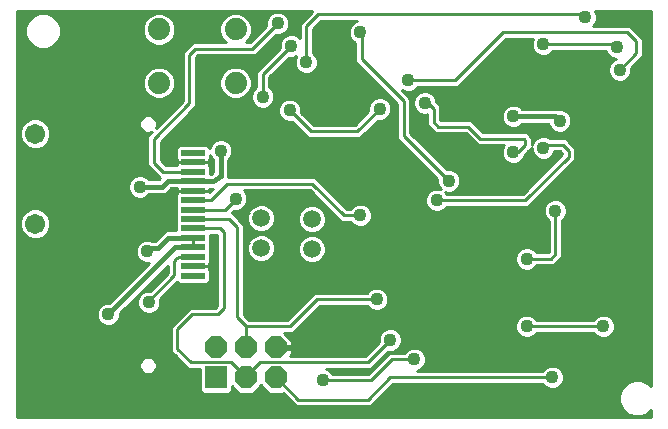
<source format=gbl>
G75*
%MOIN*%
%OFA0B0*%
%FSLAX25Y25*%
%IPPOS*%
%LPD*%
%AMOC8*
5,1,8,0,0,1.08239X$1,22.5*
%
%ADD10R,0.07874X0.01969*%
%ADD11R,0.07400X0.07400*%
%ADD12OC8,0.07400*%
%ADD13C,0.07400*%
%ADD14C,0.05900*%
%ADD15C,0.06731*%
%ADD16C,0.01000*%
%ADD17C,0.04362*%
%ADD18C,0.01600*%
D10*
X0081693Y0065382D03*
X0081693Y0068531D03*
X0081693Y0071681D03*
X0081693Y0074831D03*
X0081693Y0077980D03*
X0081693Y0081130D03*
X0081693Y0084280D03*
X0081693Y0087429D03*
X0081693Y0090579D03*
X0081693Y0093728D03*
X0081693Y0096878D03*
X0081693Y0100028D03*
X0081693Y0103177D03*
X0081693Y0106327D03*
D11*
X0089374Y0031500D03*
D12*
X0099374Y0031500D03*
X0109374Y0031500D03*
X0109374Y0041500D03*
X0099374Y0041500D03*
X0089374Y0041500D03*
D13*
X0095938Y0129710D03*
X0070338Y0129710D03*
X0070338Y0147510D03*
X0095938Y0147510D03*
D14*
X0104500Y0084500D03*
X0104500Y0074500D03*
X0121303Y0074240D03*
X0121303Y0084240D03*
D15*
X0029102Y0082728D03*
X0029102Y0112728D03*
D16*
X0023200Y0153501D02*
X0023200Y0018200D01*
X0234367Y0018200D01*
X0234367Y0020598D01*
X0233215Y0019446D01*
X0230999Y0018528D01*
X0228600Y0018528D01*
X0226383Y0019446D01*
X0224687Y0021143D01*
X0223769Y0023359D01*
X0223769Y0025759D01*
X0224687Y0027975D01*
X0226383Y0029672D01*
X0228600Y0030590D01*
X0230999Y0030590D01*
X0233215Y0029672D01*
X0234367Y0028520D01*
X0234367Y0153501D01*
X0215872Y0153501D01*
X0216381Y0152272D01*
X0216381Y0150728D01*
X0215790Y0149302D01*
X0234367Y0149302D01*
X0234367Y0148303D02*
X0227808Y0148303D01*
X0227411Y0148700D02*
X0215189Y0148700D01*
X0215790Y0149302D01*
X0216204Y0150301D02*
X0234367Y0150301D01*
X0234367Y0151299D02*
X0216381Y0151299D01*
X0216371Y0152298D02*
X0234367Y0152298D01*
X0234367Y0153296D02*
X0215957Y0153296D01*
X0212500Y0151500D02*
X0211500Y0152500D01*
X0123500Y0152500D01*
X0119500Y0148500D01*
X0119500Y0136500D01*
X0115619Y0136321D02*
X0111933Y0136321D01*
X0112931Y0137320D02*
X0115639Y0137320D01*
X0115619Y0137272D02*
X0115619Y0135728D01*
X0116210Y0134302D01*
X0117302Y0133210D01*
X0118728Y0132619D01*
X0120272Y0132619D01*
X0121698Y0133210D01*
X0122790Y0134302D01*
X0123381Y0135728D01*
X0123381Y0137272D01*
X0122790Y0138698D01*
X0121700Y0139789D01*
X0121700Y0147589D01*
X0124411Y0150300D01*
X0136532Y0150300D01*
X0135302Y0149790D01*
X0134210Y0148698D01*
X0133619Y0147272D01*
X0133619Y0145728D01*
X0134210Y0144302D01*
X0135302Y0143210D01*
X0135800Y0143003D01*
X0135800Y0136589D01*
X0137089Y0135300D01*
X0149800Y0122589D01*
X0149800Y0111089D01*
X0163119Y0097770D01*
X0163119Y0096228D01*
X0163710Y0094802D01*
X0164384Y0094128D01*
X0163772Y0094381D01*
X0162228Y0094381D01*
X0160802Y0093790D01*
X0159710Y0092698D01*
X0159119Y0091272D01*
X0159119Y0089728D01*
X0159710Y0088302D01*
X0160802Y0087210D01*
X0162228Y0086619D01*
X0163772Y0086619D01*
X0165198Y0087210D01*
X0166289Y0088300D01*
X0193411Y0088300D01*
X0194700Y0089589D01*
X0207911Y0102800D01*
X0209200Y0104089D01*
X0209200Y0107911D01*
X0207200Y0109911D01*
X0205911Y0111200D01*
X0200789Y0111200D01*
X0200698Y0111290D01*
X0199272Y0111881D01*
X0197728Y0111881D01*
X0196302Y0111290D01*
X0195210Y0110198D01*
X0194700Y0108968D01*
X0194700Y0111411D01*
X0194200Y0111911D01*
X0192911Y0113200D01*
X0178411Y0113200D01*
X0174411Y0117200D01*
X0164411Y0117200D01*
X0164200Y0117411D01*
X0164200Y0121911D01*
X0162911Y0123200D01*
X0162881Y0123230D01*
X0162881Y0123772D01*
X0162290Y0125198D01*
X0161198Y0126290D01*
X0159772Y0126881D01*
X0158228Y0126881D01*
X0156802Y0126290D01*
X0155710Y0125198D01*
X0155119Y0123772D01*
X0155119Y0122228D01*
X0155710Y0120802D01*
X0156802Y0119710D01*
X0158228Y0119119D01*
X0159772Y0119119D01*
X0159800Y0119130D01*
X0159800Y0115589D01*
X0162589Y0112800D01*
X0172589Y0112800D01*
X0176589Y0108800D01*
X0185311Y0108800D01*
X0185210Y0108698D01*
X0184619Y0107272D01*
X0184619Y0105728D01*
X0185210Y0104302D01*
X0186302Y0103210D01*
X0187728Y0102619D01*
X0189272Y0102619D01*
X0190698Y0103210D01*
X0191790Y0104302D01*
X0192381Y0105728D01*
X0192381Y0105770D01*
X0193411Y0106800D01*
X0193411Y0106800D01*
X0194619Y0108008D01*
X0194619Y0107228D01*
X0195210Y0105802D01*
X0196302Y0104710D01*
X0197728Y0104119D01*
X0199272Y0104119D01*
X0200698Y0104710D01*
X0201790Y0105802D01*
X0202204Y0106800D01*
X0204089Y0106800D01*
X0204800Y0106089D01*
X0204800Y0105911D01*
X0191589Y0092700D01*
X0166289Y0092700D01*
X0165616Y0093372D01*
X0166228Y0093119D01*
X0167772Y0093119D01*
X0169198Y0093710D01*
X0170290Y0094802D01*
X0170881Y0096228D01*
X0170881Y0097772D01*
X0170290Y0099198D01*
X0169198Y0100290D01*
X0167772Y0100881D01*
X0166230Y0100881D01*
X0154200Y0112911D01*
X0154200Y0124411D01*
X0151472Y0127139D01*
X0152728Y0126619D01*
X0154272Y0126619D01*
X0155698Y0127210D01*
X0156789Y0128300D01*
X0169911Y0128300D01*
X0185911Y0144300D01*
X0195045Y0144300D01*
X0194619Y0143272D01*
X0194619Y0141728D01*
X0195210Y0140302D01*
X0196302Y0139210D01*
X0197728Y0138619D01*
X0199272Y0138619D01*
X0200698Y0139210D01*
X0201789Y0140300D01*
X0219296Y0140300D01*
X0219710Y0139302D01*
X0220802Y0138210D01*
X0222228Y0137619D01*
X0222595Y0137619D01*
X0221802Y0137290D01*
X0220710Y0136198D01*
X0220119Y0134772D01*
X0220119Y0133228D01*
X0220710Y0131802D01*
X0221802Y0130710D01*
X0223228Y0130119D01*
X0224772Y0130119D01*
X0226198Y0130710D01*
X0227290Y0131802D01*
X0227881Y0133228D01*
X0227881Y0134770D01*
X0231700Y0138589D01*
X0231700Y0144411D01*
X0230411Y0145700D01*
X0227411Y0148700D01*
X0228806Y0147305D02*
X0234367Y0147305D01*
X0234367Y0146306D02*
X0229805Y0146306D01*
X0230803Y0145308D02*
X0234367Y0145308D01*
X0234367Y0144309D02*
X0231700Y0144309D01*
X0231700Y0143311D02*
X0234367Y0143311D01*
X0234367Y0142312D02*
X0231700Y0142312D01*
X0231700Y0141314D02*
X0234367Y0141314D01*
X0234367Y0140315D02*
X0231700Y0140315D01*
X0231700Y0139317D02*
X0234367Y0139317D01*
X0234367Y0138318D02*
X0231430Y0138318D01*
X0230431Y0137320D02*
X0234367Y0137320D01*
X0234367Y0136321D02*
X0229433Y0136321D01*
X0228434Y0135323D02*
X0234367Y0135323D01*
X0234367Y0134324D02*
X0227881Y0134324D01*
X0227881Y0133326D02*
X0234367Y0133326D01*
X0234367Y0132327D02*
X0227508Y0132327D01*
X0226818Y0131329D02*
X0234367Y0131329D01*
X0234367Y0130330D02*
X0225282Y0130330D01*
X0222718Y0130330D02*
X0171942Y0130330D01*
X0172940Y0131329D02*
X0221182Y0131329D01*
X0220492Y0132327D02*
X0173939Y0132327D01*
X0174937Y0133326D02*
X0220119Y0133326D01*
X0220119Y0134324D02*
X0175936Y0134324D01*
X0176934Y0135323D02*
X0220347Y0135323D01*
X0220833Y0136321D02*
X0177933Y0136321D01*
X0178931Y0137320D02*
X0221873Y0137320D01*
X0220693Y0138318D02*
X0179930Y0138318D01*
X0180928Y0139317D02*
X0196194Y0139317D01*
X0195204Y0140315D02*
X0181927Y0140315D01*
X0182925Y0141314D02*
X0194790Y0141314D01*
X0194619Y0142312D02*
X0183924Y0142312D01*
X0184922Y0143311D02*
X0194635Y0143311D01*
X0198500Y0142500D02*
X0222000Y0142500D01*
X0223000Y0141500D01*
X0219703Y0139317D02*
X0200806Y0139317D01*
X0185000Y0146500D02*
X0226500Y0146500D01*
X0229500Y0143500D01*
X0229500Y0139500D01*
X0224000Y0134000D01*
X0234367Y0129332D02*
X0170943Y0129332D01*
X0169945Y0128333D02*
X0234367Y0128333D01*
X0234367Y0127335D02*
X0155823Y0127335D01*
X0156913Y0126336D02*
X0152275Y0126336D01*
X0153274Y0125338D02*
X0155849Y0125338D01*
X0155354Y0124339D02*
X0154200Y0124339D01*
X0154200Y0123341D02*
X0155119Y0123341D01*
X0155119Y0122342D02*
X0154200Y0122342D01*
X0154200Y0121344D02*
X0155485Y0121344D01*
X0156166Y0120345D02*
X0154200Y0120345D01*
X0154200Y0119347D02*
X0157678Y0119347D01*
X0159800Y0118348D02*
X0154200Y0118348D01*
X0154200Y0117350D02*
X0159800Y0117350D01*
X0159800Y0116351D02*
X0154200Y0116351D01*
X0154200Y0115353D02*
X0160036Y0115353D01*
X0161035Y0114354D02*
X0154200Y0114354D01*
X0154200Y0113356D02*
X0162033Y0113356D01*
X0163500Y0115000D02*
X0162000Y0116500D01*
X0162000Y0121000D01*
X0160000Y0123000D01*
X0159000Y0123000D01*
X0162646Y0124339D02*
X0234367Y0124339D01*
X0234367Y0123341D02*
X0162881Y0123341D01*
X0163769Y0122342D02*
X0187634Y0122342D01*
X0187728Y0122381D02*
X0186302Y0121790D01*
X0185210Y0120698D01*
X0184619Y0119272D01*
X0184619Y0117728D01*
X0185210Y0116302D01*
X0186302Y0115210D01*
X0187728Y0114619D01*
X0189272Y0114619D01*
X0190698Y0115210D01*
X0191489Y0116000D01*
X0200213Y0116000D01*
X0200710Y0114802D01*
X0201802Y0113710D01*
X0203228Y0113119D01*
X0204772Y0113119D01*
X0206198Y0113710D01*
X0207290Y0114802D01*
X0207881Y0116228D01*
X0207881Y0117772D01*
X0207290Y0119198D01*
X0206198Y0120290D01*
X0204772Y0120881D01*
X0203284Y0120881D01*
X0202997Y0121000D01*
X0191489Y0121000D01*
X0190698Y0121790D01*
X0189272Y0122381D01*
X0187728Y0122381D01*
X0189366Y0122342D02*
X0234367Y0122342D01*
X0234367Y0121344D02*
X0191145Y0121344D01*
X0185855Y0121344D02*
X0164200Y0121344D01*
X0164200Y0120345D02*
X0185063Y0120345D01*
X0184650Y0119347D02*
X0164200Y0119347D01*
X0164200Y0118348D02*
X0184619Y0118348D01*
X0184776Y0117350D02*
X0164262Y0117350D01*
X0163500Y0115000D02*
X0173500Y0115000D01*
X0177500Y0111000D01*
X0192000Y0111000D01*
X0192500Y0110500D01*
X0192500Y0109000D01*
X0190000Y0106500D01*
X0188500Y0106500D01*
X0184619Y0106366D02*
X0160745Y0106366D01*
X0159747Y0107365D02*
X0184657Y0107365D01*
X0185071Y0108363D02*
X0158748Y0108363D01*
X0157750Y0109362D02*
X0176027Y0109362D01*
X0175029Y0110360D02*
X0156751Y0110360D01*
X0155753Y0111359D02*
X0174030Y0111359D01*
X0173032Y0112357D02*
X0154754Y0112357D01*
X0152000Y0112000D02*
X0167000Y0097000D01*
X0170630Y0098378D02*
X0197267Y0098378D01*
X0198265Y0099376D02*
X0170112Y0099376D01*
X0168994Y0100375D02*
X0199264Y0100375D01*
X0200262Y0101373D02*
X0165738Y0101373D01*
X0164739Y0102372D02*
X0201261Y0102372D01*
X0202259Y0103370D02*
X0190859Y0103370D01*
X0191818Y0104369D02*
X0197124Y0104369D01*
X0195644Y0105368D02*
X0192232Y0105368D01*
X0192977Y0106366D02*
X0194976Y0106366D01*
X0194619Y0107365D02*
X0193976Y0107365D01*
X0194700Y0109362D02*
X0194863Y0109362D01*
X0194700Y0110360D02*
X0195371Y0110360D01*
X0194700Y0111359D02*
X0196467Y0111359D01*
X0193754Y0112357D02*
X0234367Y0112357D01*
X0234367Y0111359D02*
X0200533Y0111359D01*
X0199500Y0109000D02*
X0198500Y0108000D01*
X0199500Y0109000D02*
X0205000Y0109000D01*
X0207000Y0107000D01*
X0207000Y0105000D01*
X0192500Y0090500D01*
X0163000Y0090500D01*
X0159119Y0090390D02*
X0130221Y0090390D01*
X0129223Y0091388D02*
X0159167Y0091388D01*
X0159581Y0092387D02*
X0128224Y0092387D01*
X0127226Y0093385D02*
X0160397Y0093385D01*
X0163469Y0095382D02*
X0125229Y0095382D01*
X0126227Y0094384D02*
X0164127Y0094384D01*
X0163119Y0096381D02*
X0124230Y0096381D01*
X0123700Y0096911D02*
X0122411Y0098200D01*
X0093500Y0098200D01*
X0093500Y0098209D01*
X0093547Y0098411D01*
X0093500Y0098702D01*
X0093500Y0104011D01*
X0094290Y0104802D01*
X0094881Y0106228D01*
X0094881Y0107772D01*
X0094290Y0109198D01*
X0093198Y0110290D01*
X0091772Y0110881D01*
X0090228Y0110881D01*
X0088802Y0110290D01*
X0087710Y0109198D01*
X0087252Y0108093D01*
X0086334Y0109011D01*
X0077052Y0109011D01*
X0076056Y0108015D01*
X0076056Y0104638D01*
X0076273Y0104422D01*
X0076256Y0104359D01*
X0076256Y0103177D01*
X0076256Y0102200D01*
X0072770Y0102200D01*
X0070944Y0104025D01*
X0070944Y0110077D01*
X0081466Y0120599D01*
X0081466Y0120599D01*
X0082755Y0121888D01*
X0082755Y0138152D01*
X0083403Y0138800D01*
X0102411Y0138800D01*
X0103700Y0140089D01*
X0109230Y0145619D01*
X0110772Y0145619D01*
X0112198Y0146210D01*
X0113290Y0147302D01*
X0113881Y0148728D01*
X0113881Y0150272D01*
X0113290Y0151698D01*
X0112198Y0152790D01*
X0110772Y0153381D01*
X0109228Y0153381D01*
X0107802Y0152790D01*
X0106710Y0151698D01*
X0106119Y0150272D01*
X0106119Y0148730D01*
X0100589Y0143200D01*
X0099264Y0143200D01*
X0100516Y0144451D01*
X0101338Y0146436D01*
X0101338Y0148584D01*
X0100516Y0150569D01*
X0098997Y0152088D01*
X0097012Y0152910D01*
X0094864Y0152910D01*
X0092879Y0152088D01*
X0091360Y0150569D01*
X0090538Y0148584D01*
X0090538Y0146436D01*
X0091360Y0144451D01*
X0092611Y0143200D01*
X0081581Y0143200D01*
X0078355Y0139974D01*
X0078355Y0123710D01*
X0069309Y0114664D01*
X0069613Y0115399D01*
X0069613Y0116546D01*
X0069175Y0117604D01*
X0068364Y0118415D01*
X0067305Y0118854D01*
X0066159Y0118854D01*
X0065100Y0118415D01*
X0064290Y0117604D01*
X0063851Y0116546D01*
X0063851Y0115399D01*
X0064290Y0114340D01*
X0065100Y0113530D01*
X0066159Y0113091D01*
X0067305Y0113091D01*
X0068040Y0113396D01*
X0067833Y0113188D01*
X0067833Y0113188D01*
X0066544Y0111899D01*
X0066544Y0102203D01*
X0067833Y0100914D01*
X0070856Y0097891D01*
X0070464Y0097500D01*
X0066989Y0097500D01*
X0066198Y0098290D01*
X0064772Y0098881D01*
X0063228Y0098881D01*
X0061802Y0098290D01*
X0060710Y0097198D01*
X0060119Y0095772D01*
X0060119Y0094228D01*
X0060710Y0092802D01*
X0061802Y0091710D01*
X0063228Y0091119D01*
X0064772Y0091119D01*
X0066198Y0091710D01*
X0066989Y0092500D01*
X0071997Y0092500D01*
X0072916Y0092881D01*
X0073619Y0093584D01*
X0074536Y0094500D01*
X0076256Y0094500D01*
X0076256Y0093728D01*
X0076256Y0092547D01*
X0076273Y0092484D01*
X0076056Y0092267D01*
X0076056Y0080480D01*
X0072983Y0080480D01*
X0072064Y0080100D01*
X0071361Y0079396D01*
X0068964Y0077000D01*
X0068192Y0077000D01*
X0067272Y0077381D01*
X0065728Y0077381D01*
X0064302Y0076790D01*
X0063210Y0075698D01*
X0062619Y0074272D01*
X0062619Y0072728D01*
X0063210Y0071302D01*
X0064302Y0070210D01*
X0065728Y0069619D01*
X0067083Y0069619D01*
X0053846Y0056381D01*
X0052728Y0056381D01*
X0051302Y0055790D01*
X0050210Y0054698D01*
X0049619Y0053272D01*
X0049619Y0051728D01*
X0050210Y0050302D01*
X0051302Y0049210D01*
X0052728Y0048619D01*
X0054272Y0048619D01*
X0055698Y0049210D01*
X0056790Y0050302D01*
X0057381Y0051728D01*
X0057381Y0052846D01*
X0073300Y0068764D01*
X0073300Y0066411D01*
X0067270Y0060381D01*
X0066228Y0060381D01*
X0064802Y0059790D01*
X0063710Y0058698D01*
X0063119Y0057272D01*
X0063119Y0055728D01*
X0063710Y0054302D01*
X0064802Y0053210D01*
X0066228Y0052619D01*
X0067772Y0052619D01*
X0069198Y0053210D01*
X0070290Y0054302D01*
X0070881Y0055728D01*
X0070881Y0057272D01*
X0070735Y0057624D01*
X0076430Y0063319D01*
X0077052Y0062698D01*
X0086334Y0062698D01*
X0087330Y0063693D01*
X0087330Y0067070D01*
X0087113Y0067287D01*
X0087130Y0067350D01*
X0087130Y0068531D01*
X0081693Y0068531D01*
X0081693Y0068532D01*
X0087130Y0068532D01*
X0087130Y0069713D01*
X0087113Y0069776D01*
X0087330Y0069993D01*
X0087330Y0078930D01*
X0089800Y0078930D01*
X0089800Y0055411D01*
X0089089Y0054700D01*
X0080589Y0054700D01*
X0079300Y0053411D01*
X0074300Y0048411D01*
X0074300Y0040089D01*
X0075589Y0038800D01*
X0080089Y0034300D01*
X0083974Y0034300D01*
X0083974Y0027096D01*
X0084970Y0026100D01*
X0093778Y0026100D01*
X0094774Y0027096D01*
X0094774Y0028463D01*
X0097137Y0026100D01*
X0101611Y0026100D01*
X0104374Y0028863D01*
X0107137Y0026100D01*
X0111611Y0026100D01*
X0111637Y0026126D01*
X0115963Y0021800D01*
X0140911Y0021800D01*
X0142200Y0023089D01*
X0148411Y0029300D01*
X0198211Y0029300D01*
X0199302Y0028210D01*
X0200728Y0027619D01*
X0202272Y0027619D01*
X0203698Y0028210D01*
X0204790Y0029302D01*
X0205381Y0030728D01*
X0205381Y0032272D01*
X0204790Y0033698D01*
X0203698Y0034790D01*
X0202272Y0035381D01*
X0200728Y0035381D01*
X0199302Y0034790D01*
X0198211Y0033700D01*
X0156468Y0033700D01*
X0157698Y0034210D01*
X0158790Y0035302D01*
X0159381Y0036728D01*
X0159381Y0038272D01*
X0158790Y0039698D01*
X0157698Y0040790D01*
X0156272Y0041381D01*
X0154728Y0041381D01*
X0153302Y0040790D01*
X0152211Y0039700D01*
X0147089Y0039700D01*
X0145800Y0038411D01*
X0140089Y0032700D01*
X0128289Y0032700D01*
X0127198Y0033790D01*
X0125968Y0034300D01*
X0140911Y0034300D01*
X0146730Y0040119D01*
X0148272Y0040119D01*
X0149698Y0040710D01*
X0150790Y0041802D01*
X0151381Y0043228D01*
X0151381Y0044772D01*
X0150790Y0046198D01*
X0149698Y0047290D01*
X0148272Y0047881D01*
X0146728Y0047881D01*
X0145302Y0047290D01*
X0144210Y0046198D01*
X0143619Y0044772D01*
X0143619Y0043230D01*
X0139089Y0038700D01*
X0113928Y0038700D01*
X0114574Y0039346D01*
X0114574Y0041000D01*
X0109874Y0041000D01*
X0109874Y0042000D01*
X0114574Y0042000D01*
X0114574Y0043654D01*
X0111928Y0046300D01*
X0114911Y0046300D01*
X0123911Y0055300D01*
X0139711Y0055300D01*
X0140802Y0054210D01*
X0142228Y0053619D01*
X0143772Y0053619D01*
X0145198Y0054210D01*
X0146290Y0055302D01*
X0146881Y0056728D01*
X0146881Y0058272D01*
X0146290Y0059698D01*
X0145198Y0060790D01*
X0143772Y0061381D01*
X0142228Y0061381D01*
X0140802Y0060790D01*
X0139711Y0059700D01*
X0122089Y0059700D01*
X0120800Y0058411D01*
X0113089Y0050700D01*
X0100411Y0050700D01*
X0098700Y0052411D01*
X0098700Y0082411D01*
X0097411Y0083700D01*
X0094632Y0086480D01*
X0094591Y0086480D01*
X0095230Y0087119D01*
X0096772Y0087119D01*
X0098198Y0087710D01*
X0099290Y0088802D01*
X0099881Y0090228D01*
X0099881Y0091772D01*
X0099290Y0093198D01*
X0098689Y0093800D01*
X0120589Y0093800D01*
X0129800Y0084589D01*
X0131089Y0083300D01*
X0134211Y0083300D01*
X0135302Y0082210D01*
X0136728Y0081619D01*
X0138272Y0081619D01*
X0139698Y0082210D01*
X0140790Y0083302D01*
X0141381Y0084728D01*
X0141381Y0086272D01*
X0140790Y0087698D01*
X0139698Y0088790D01*
X0138272Y0089381D01*
X0136728Y0089381D01*
X0135302Y0088790D01*
X0134211Y0087700D01*
X0132911Y0087700D01*
X0123700Y0096911D01*
X0123232Y0097379D02*
X0163119Y0097379D01*
X0162511Y0098378D02*
X0093540Y0098378D01*
X0093500Y0099376D02*
X0161512Y0099376D01*
X0160514Y0100375D02*
X0093500Y0100375D01*
X0093500Y0101373D02*
X0159515Y0101373D01*
X0158517Y0102372D02*
X0093500Y0102372D01*
X0093500Y0103370D02*
X0157518Y0103370D01*
X0156520Y0104369D02*
X0093858Y0104369D01*
X0094525Y0105368D02*
X0155521Y0105368D01*
X0154523Y0106366D02*
X0094881Y0106366D01*
X0094881Y0107365D02*
X0153524Y0107365D01*
X0152526Y0108363D02*
X0094636Y0108363D01*
X0094127Y0109362D02*
X0151527Y0109362D01*
X0150529Y0110360D02*
X0093030Y0110360D01*
X0088970Y0110360D02*
X0071227Y0110360D01*
X0070944Y0109362D02*
X0087873Y0109362D01*
X0087364Y0108363D02*
X0086982Y0108363D01*
X0087330Y0105719D02*
X0087710Y0104802D01*
X0088500Y0104011D01*
X0088500Y0099893D01*
X0087667Y0099378D01*
X0087330Y0099378D01*
X0087330Y0101716D01*
X0087113Y0101933D01*
X0087130Y0101995D01*
X0087130Y0103177D01*
X0081693Y0103177D01*
X0081693Y0103177D01*
X0087130Y0103177D01*
X0087130Y0104359D01*
X0087113Y0104422D01*
X0087330Y0104638D01*
X0087330Y0105719D01*
X0087330Y0105368D02*
X0087475Y0105368D01*
X0087127Y0104369D02*
X0088142Y0104369D01*
X0088500Y0103370D02*
X0087130Y0103370D01*
X0087130Y0102372D02*
X0088500Y0102372D01*
X0088500Y0101373D02*
X0087330Y0101373D01*
X0087330Y0100375D02*
X0088500Y0100375D01*
X0093000Y0096000D02*
X0087579Y0090579D01*
X0081693Y0090579D01*
X0081465Y0093500D02*
X0081693Y0093728D01*
X0081693Y0093728D01*
X0087130Y0093728D01*
X0087130Y0093241D01*
X0088233Y0094344D01*
X0088087Y0094378D01*
X0087130Y0094378D01*
X0087130Y0093728D01*
X0081693Y0093728D01*
X0076256Y0093728D01*
X0081693Y0093728D01*
X0081693Y0093728D01*
X0081465Y0093500D02*
X0074500Y0093500D01*
X0072500Y0091500D01*
X0072500Y0086000D01*
X0076056Y0086396D02*
X0032598Y0086396D01*
X0031972Y0087023D02*
X0030110Y0087794D01*
X0028095Y0087794D01*
X0026233Y0087023D01*
X0024808Y0085598D01*
X0024037Y0083736D01*
X0024037Y0081721D01*
X0024808Y0079859D01*
X0026233Y0078434D01*
X0028095Y0077663D01*
X0030110Y0077663D01*
X0031972Y0078434D01*
X0033397Y0079859D01*
X0034168Y0081721D01*
X0034168Y0083736D01*
X0033397Y0085598D01*
X0031972Y0087023D01*
X0031074Y0087394D02*
X0076056Y0087394D01*
X0076056Y0088393D02*
X0023200Y0088393D01*
X0023200Y0089391D02*
X0076056Y0089391D01*
X0076056Y0090390D02*
X0023200Y0090390D01*
X0023200Y0091388D02*
X0062577Y0091388D01*
X0061124Y0092387D02*
X0023200Y0092387D01*
X0023200Y0093385D02*
X0060468Y0093385D01*
X0060119Y0094384D02*
X0023200Y0094384D01*
X0023200Y0095382D02*
X0060119Y0095382D01*
X0060371Y0096381D02*
X0023200Y0096381D01*
X0023200Y0097379D02*
X0060891Y0097379D01*
X0062013Y0098378D02*
X0023200Y0098378D01*
X0023200Y0099376D02*
X0069371Y0099376D01*
X0070369Y0098378D02*
X0065987Y0098378D01*
X0068372Y0100375D02*
X0023200Y0100375D01*
X0023200Y0101373D02*
X0067374Y0101373D01*
X0066544Y0102372D02*
X0023200Y0102372D01*
X0023200Y0103370D02*
X0066544Y0103370D01*
X0066544Y0104369D02*
X0023200Y0104369D01*
X0023200Y0105368D02*
X0066544Y0105368D01*
X0066544Y0106366D02*
X0023200Y0106366D01*
X0023200Y0107365D02*
X0066544Y0107365D01*
X0066544Y0108363D02*
X0031800Y0108363D01*
X0031972Y0108434D02*
X0033397Y0109859D01*
X0034168Y0111721D01*
X0034168Y0113736D01*
X0033397Y0115598D01*
X0031972Y0117023D01*
X0030110Y0117794D01*
X0028095Y0117794D01*
X0026233Y0117023D01*
X0024808Y0115598D01*
X0024037Y0113736D01*
X0024037Y0111721D01*
X0024808Y0109859D01*
X0026233Y0108434D01*
X0028095Y0107663D01*
X0030110Y0107663D01*
X0031972Y0108434D01*
X0032899Y0109362D02*
X0066544Y0109362D01*
X0066544Y0110360D02*
X0033604Y0110360D01*
X0034018Y0111359D02*
X0066544Y0111359D01*
X0067002Y0112357D02*
X0034168Y0112357D01*
X0034168Y0113356D02*
X0065521Y0113356D01*
X0064284Y0114354D02*
X0033912Y0114354D01*
X0033498Y0115353D02*
X0063871Y0115353D01*
X0063851Y0116351D02*
X0032643Y0116351D01*
X0031182Y0117350D02*
X0064184Y0117350D01*
X0065034Y0118348D02*
X0023200Y0118348D01*
X0023200Y0117350D02*
X0027023Y0117350D01*
X0025562Y0116351D02*
X0023200Y0116351D01*
X0023200Y0115353D02*
X0024707Y0115353D01*
X0024293Y0114354D02*
X0023200Y0114354D01*
X0023200Y0113356D02*
X0024037Y0113356D01*
X0024037Y0112357D02*
X0023200Y0112357D01*
X0023200Y0111359D02*
X0024187Y0111359D01*
X0024601Y0110360D02*
X0023200Y0110360D01*
X0023200Y0109362D02*
X0025306Y0109362D01*
X0026405Y0108363D02*
X0023200Y0108363D01*
X0023200Y0119347D02*
X0073991Y0119347D01*
X0074990Y0120345D02*
X0023200Y0120345D01*
X0023200Y0121344D02*
X0075988Y0121344D01*
X0076987Y0122342D02*
X0023200Y0122342D01*
X0023200Y0123341D02*
X0077985Y0123341D01*
X0078355Y0124339D02*
X0071482Y0124339D01*
X0071412Y0124310D02*
X0073397Y0125132D01*
X0074916Y0126651D01*
X0075738Y0128636D01*
X0075738Y0130784D01*
X0074916Y0132769D01*
X0073397Y0134288D01*
X0071412Y0135110D01*
X0069264Y0135110D01*
X0067279Y0134288D01*
X0065760Y0132769D01*
X0064938Y0130784D01*
X0064938Y0128636D01*
X0065760Y0126651D01*
X0067279Y0125132D01*
X0069264Y0124310D01*
X0071412Y0124310D01*
X0069194Y0124339D02*
X0023200Y0124339D01*
X0023200Y0125338D02*
X0067074Y0125338D01*
X0066075Y0126336D02*
X0023200Y0126336D01*
X0023200Y0127335D02*
X0065477Y0127335D01*
X0065063Y0128333D02*
X0023200Y0128333D01*
X0023200Y0129332D02*
X0064938Y0129332D01*
X0064938Y0130330D02*
X0023200Y0130330D01*
X0023200Y0131329D02*
X0065163Y0131329D01*
X0065577Y0132327D02*
X0023200Y0132327D01*
X0023200Y0133326D02*
X0066317Y0133326D01*
X0067366Y0134324D02*
X0023200Y0134324D01*
X0023200Y0135323D02*
X0078355Y0135323D01*
X0078355Y0136321D02*
X0023200Y0136321D01*
X0023200Y0137320D02*
X0078355Y0137320D01*
X0078355Y0138318D02*
X0023200Y0138318D01*
X0023200Y0139317D02*
X0078355Y0139317D01*
X0078696Y0140315D02*
X0023200Y0140315D01*
X0023200Y0141314D02*
X0029561Y0141314D01*
X0030497Y0140926D02*
X0032896Y0140926D01*
X0035113Y0141844D01*
X0036809Y0143541D01*
X0037728Y0145757D01*
X0037728Y0148156D01*
X0036809Y0150373D01*
X0035113Y0152069D01*
X0032896Y0152987D01*
X0030497Y0152987D01*
X0028281Y0152069D01*
X0026584Y0150373D01*
X0025666Y0148156D01*
X0025666Y0145757D01*
X0026584Y0143541D01*
X0028281Y0141844D01*
X0030497Y0140926D01*
X0027812Y0142312D02*
X0023200Y0142312D01*
X0023200Y0143311D02*
X0026814Y0143311D01*
X0026266Y0144309D02*
X0023200Y0144309D01*
X0023200Y0145308D02*
X0025852Y0145308D01*
X0025666Y0146306D02*
X0023200Y0146306D01*
X0023200Y0147305D02*
X0025666Y0147305D01*
X0025727Y0148303D02*
X0023200Y0148303D01*
X0023200Y0149302D02*
X0026141Y0149302D01*
X0026554Y0150301D02*
X0023200Y0150301D01*
X0023200Y0151299D02*
X0027510Y0151299D01*
X0028832Y0152298D02*
X0023200Y0152298D01*
X0023200Y0153296D02*
X0109023Y0153296D01*
X0110977Y0153296D02*
X0121185Y0153296D01*
X0121300Y0153411D02*
X0117300Y0149411D01*
X0117300Y0144689D01*
X0116698Y0145290D01*
X0115272Y0145881D01*
X0113728Y0145881D01*
X0112302Y0145290D01*
X0111210Y0144198D01*
X0110619Y0142772D01*
X0110619Y0141230D01*
X0102800Y0133411D01*
X0102800Y0128289D01*
X0101710Y0127198D01*
X0101119Y0125772D01*
X0101119Y0124228D01*
X0101710Y0122802D01*
X0102802Y0121710D01*
X0104228Y0121119D01*
X0105772Y0121119D01*
X0107198Y0121710D01*
X0108290Y0122802D01*
X0108881Y0124228D01*
X0108881Y0125772D01*
X0108290Y0127198D01*
X0107200Y0128289D01*
X0107200Y0131589D01*
X0113730Y0138119D01*
X0115272Y0138119D01*
X0116114Y0138468D01*
X0115619Y0137272D01*
X0115754Y0138318D02*
X0116052Y0138318D01*
X0115787Y0135323D02*
X0110934Y0135323D01*
X0109936Y0134324D02*
X0116200Y0134324D01*
X0117185Y0133326D02*
X0108937Y0133326D01*
X0107939Y0132327D02*
X0140061Y0132327D01*
X0139063Y0133326D02*
X0121815Y0133326D01*
X0122800Y0134324D02*
X0138064Y0134324D01*
X0137066Y0135323D02*
X0123213Y0135323D01*
X0123381Y0136321D02*
X0136067Y0136321D01*
X0135800Y0137320D02*
X0123361Y0137320D01*
X0122948Y0138318D02*
X0135800Y0138318D01*
X0135800Y0139317D02*
X0122172Y0139317D01*
X0121700Y0140315D02*
X0135800Y0140315D01*
X0135800Y0141314D02*
X0121700Y0141314D01*
X0121700Y0142312D02*
X0135800Y0142312D01*
X0135200Y0143311D02*
X0121700Y0143311D01*
X0121700Y0144309D02*
X0134206Y0144309D01*
X0133793Y0145308D02*
X0121700Y0145308D01*
X0121700Y0146306D02*
X0133619Y0146306D01*
X0133633Y0147305D02*
X0121700Y0147305D01*
X0122415Y0148303D02*
X0134046Y0148303D01*
X0134813Y0149302D02*
X0123413Y0149302D01*
X0120186Y0152298D02*
X0112691Y0152298D01*
X0113456Y0151299D02*
X0119188Y0151299D01*
X0118189Y0150301D02*
X0113869Y0150301D01*
X0113881Y0149302D02*
X0117300Y0149302D01*
X0117300Y0148303D02*
X0113705Y0148303D01*
X0113292Y0147305D02*
X0117300Y0147305D01*
X0117300Y0146306D02*
X0112295Y0146306D01*
X0112344Y0145308D02*
X0108919Y0145308D01*
X0107921Y0144309D02*
X0111321Y0144309D01*
X0110842Y0143311D02*
X0106922Y0143311D01*
X0105924Y0142312D02*
X0110619Y0142312D01*
X0110619Y0141314D02*
X0104925Y0141314D01*
X0103927Y0140315D02*
X0109704Y0140315D01*
X0108706Y0139317D02*
X0102928Y0139317D01*
X0103700Y0140089D02*
X0103700Y0140089D01*
X0101500Y0141000D02*
X0082492Y0141000D01*
X0080555Y0139063D01*
X0080555Y0122799D01*
X0068744Y0110988D01*
X0068744Y0103114D01*
X0071858Y0100000D01*
X0081665Y0100000D01*
X0081693Y0100028D01*
X0081571Y0097000D02*
X0081693Y0096878D01*
X0076256Y0094384D02*
X0074419Y0094384D01*
X0073421Y0093385D02*
X0076256Y0093385D01*
X0076176Y0092387D02*
X0066876Y0092387D01*
X0065423Y0091388D02*
X0076056Y0091388D01*
X0081693Y0087429D02*
X0092429Y0087429D01*
X0096000Y0091000D01*
X0099626Y0092387D02*
X0122002Y0092387D01*
X0123000Y0091388D02*
X0099881Y0091388D01*
X0099881Y0090390D02*
X0123999Y0090390D01*
X0124997Y0089391D02*
X0099535Y0089391D01*
X0098882Y0088393D02*
X0101817Y0088393D01*
X0101866Y0088442D02*
X0100558Y0087134D01*
X0099850Y0085425D01*
X0099850Y0083575D01*
X0100558Y0081866D01*
X0101866Y0080558D01*
X0103575Y0079850D01*
X0105425Y0079850D01*
X0107134Y0080558D01*
X0108442Y0081866D01*
X0109150Y0083575D01*
X0109150Y0085425D01*
X0108442Y0087134D01*
X0107134Y0088442D01*
X0105425Y0089150D01*
X0103575Y0089150D01*
X0101866Y0088442D01*
X0100818Y0087394D02*
X0097437Y0087394D01*
X0095714Y0085397D02*
X0099850Y0085397D01*
X0099850Y0084399D02*
X0096712Y0084399D01*
X0097711Y0083400D02*
X0099922Y0083400D01*
X0100336Y0082402D02*
X0098700Y0082402D01*
X0098700Y0081403D02*
X0101021Y0081403D01*
X0102236Y0080405D02*
X0098700Y0080405D01*
X0098700Y0079406D02*
X0200300Y0079406D01*
X0200300Y0078408D02*
X0123262Y0078408D01*
X0123909Y0078140D02*
X0122218Y0078840D01*
X0120388Y0078840D01*
X0118697Y0078140D01*
X0117403Y0076846D01*
X0116703Y0075155D01*
X0116703Y0073325D01*
X0117403Y0071634D01*
X0118697Y0070340D01*
X0120388Y0069640D01*
X0122218Y0069640D01*
X0123909Y0070340D01*
X0125203Y0071634D01*
X0125903Y0073325D01*
X0125903Y0075155D01*
X0125203Y0076846D01*
X0123909Y0078140D01*
X0124639Y0077409D02*
X0200300Y0077409D01*
X0200300Y0076411D02*
X0125383Y0076411D01*
X0125797Y0075412D02*
X0200300Y0075412D01*
X0200300Y0074414D02*
X0194900Y0074414D01*
X0195198Y0074290D02*
X0193772Y0074881D01*
X0192228Y0074881D01*
X0190802Y0074290D01*
X0189710Y0073198D01*
X0189119Y0071772D01*
X0189119Y0070228D01*
X0189710Y0068802D01*
X0190802Y0067710D01*
X0192228Y0067119D01*
X0193772Y0067119D01*
X0195198Y0067710D01*
X0196289Y0068800D01*
X0201911Y0068800D01*
X0203200Y0070089D01*
X0204700Y0071589D01*
X0204700Y0083711D01*
X0205790Y0084802D01*
X0206381Y0086228D01*
X0206381Y0087772D01*
X0205790Y0089198D01*
X0204698Y0090290D01*
X0203272Y0090881D01*
X0201728Y0090881D01*
X0200302Y0090290D01*
X0199210Y0089198D01*
X0198619Y0087772D01*
X0198619Y0086228D01*
X0199210Y0084802D01*
X0200300Y0083711D01*
X0200300Y0073411D01*
X0200089Y0073200D01*
X0196289Y0073200D01*
X0195198Y0074290D01*
X0196074Y0073415D02*
X0200300Y0073415D01*
X0202500Y0072500D02*
X0201000Y0071000D01*
X0193000Y0071000D01*
X0189453Y0069421D02*
X0098700Y0069421D01*
X0098700Y0068423D02*
X0190089Y0068423D01*
X0191491Y0067424D02*
X0098700Y0067424D01*
X0098700Y0066426D02*
X0234367Y0066426D01*
X0234367Y0067424D02*
X0194509Y0067424D01*
X0195911Y0068423D02*
X0234367Y0068423D01*
X0234367Y0069421D02*
X0202532Y0069421D01*
X0203531Y0070420D02*
X0234367Y0070420D01*
X0234367Y0071418D02*
X0204529Y0071418D01*
X0204700Y0072417D02*
X0234367Y0072417D01*
X0234367Y0073415D02*
X0204700Y0073415D01*
X0204700Y0074414D02*
X0234367Y0074414D01*
X0234367Y0075412D02*
X0204700Y0075412D01*
X0204700Y0076411D02*
X0234367Y0076411D01*
X0234367Y0077409D02*
X0204700Y0077409D01*
X0204700Y0078408D02*
X0234367Y0078408D01*
X0234367Y0079406D02*
X0204700Y0079406D01*
X0204700Y0080405D02*
X0234367Y0080405D01*
X0234367Y0081403D02*
X0204700Y0081403D01*
X0204700Y0082402D02*
X0234367Y0082402D01*
X0234367Y0083400D02*
X0204700Y0083400D01*
X0205387Y0084399D02*
X0234367Y0084399D01*
X0234367Y0085397D02*
X0206037Y0085397D01*
X0206381Y0086396D02*
X0234367Y0086396D01*
X0234367Y0087394D02*
X0206381Y0087394D01*
X0206124Y0088393D02*
X0234367Y0088393D01*
X0234367Y0089391D02*
X0205597Y0089391D01*
X0204458Y0090390D02*
X0234367Y0090390D01*
X0234367Y0091388D02*
X0196500Y0091388D01*
X0197498Y0092387D02*
X0234367Y0092387D01*
X0234367Y0093385D02*
X0198497Y0093385D01*
X0199495Y0094384D02*
X0234367Y0094384D01*
X0234367Y0095382D02*
X0200494Y0095382D01*
X0201492Y0096381D02*
X0234367Y0096381D01*
X0234367Y0097379D02*
X0202491Y0097379D01*
X0203489Y0098378D02*
X0234367Y0098378D01*
X0234367Y0099376D02*
X0204488Y0099376D01*
X0205486Y0100375D02*
X0234367Y0100375D01*
X0234367Y0101373D02*
X0206485Y0101373D01*
X0207483Y0102372D02*
X0234367Y0102372D01*
X0234367Y0103370D02*
X0208482Y0103370D01*
X0209200Y0104369D02*
X0234367Y0104369D01*
X0234367Y0105368D02*
X0209200Y0105368D01*
X0209200Y0106366D02*
X0234367Y0106366D01*
X0234367Y0107365D02*
X0209200Y0107365D01*
X0208748Y0108363D02*
X0234367Y0108363D01*
X0234367Y0109362D02*
X0207750Y0109362D01*
X0206751Y0110360D02*
X0234367Y0110360D01*
X0234367Y0113356D02*
X0205343Y0113356D01*
X0206843Y0114354D02*
X0234367Y0114354D01*
X0234367Y0115353D02*
X0207518Y0115353D01*
X0207881Y0116351D02*
X0234367Y0116351D01*
X0234367Y0117350D02*
X0207881Y0117350D01*
X0207642Y0118348D02*
X0234367Y0118348D01*
X0234367Y0119347D02*
X0207142Y0119347D01*
X0206066Y0120345D02*
X0234367Y0120345D01*
X0234367Y0125338D02*
X0162151Y0125338D01*
X0161087Y0126336D02*
X0234367Y0126336D01*
X0202657Y0113356D02*
X0178256Y0113356D01*
X0177257Y0114354D02*
X0201157Y0114354D01*
X0200481Y0115353D02*
X0190841Y0115353D01*
X0186159Y0115353D02*
X0176259Y0115353D01*
X0175260Y0116351D02*
X0185189Y0116351D01*
X0184768Y0105368D02*
X0161744Y0105368D01*
X0162742Y0104369D02*
X0185182Y0104369D01*
X0186141Y0103370D02*
X0163741Y0103370D01*
X0170881Y0097379D02*
X0196268Y0097379D01*
X0195270Y0096381D02*
X0170881Y0096381D01*
X0170531Y0095382D02*
X0194271Y0095382D01*
X0193273Y0094384D02*
X0169873Y0094384D01*
X0168415Y0093385D02*
X0192274Y0093385D01*
X0195501Y0090390D02*
X0200542Y0090390D01*
X0199403Y0089391D02*
X0194503Y0089391D01*
X0193504Y0088393D02*
X0198876Y0088393D01*
X0198619Y0087394D02*
X0165383Y0087394D01*
X0160617Y0087394D02*
X0140916Y0087394D01*
X0141330Y0086396D02*
X0198619Y0086396D01*
X0198963Y0085397D02*
X0141381Y0085397D01*
X0141245Y0084399D02*
X0199613Y0084399D01*
X0200300Y0083400D02*
X0140831Y0083400D01*
X0139890Y0082402D02*
X0200300Y0082402D01*
X0200300Y0081403D02*
X0125042Y0081403D01*
X0125245Y0081606D02*
X0125953Y0083315D01*
X0125953Y0085165D01*
X0125245Y0086874D01*
X0123937Y0088182D01*
X0122228Y0088890D01*
X0120378Y0088890D01*
X0118669Y0088182D01*
X0117361Y0086874D01*
X0116653Y0085165D01*
X0116653Y0083315D01*
X0117361Y0081606D01*
X0118669Y0080298D01*
X0120378Y0079590D01*
X0122228Y0079590D01*
X0123937Y0080298D01*
X0125245Y0081606D01*
X0125575Y0082402D02*
X0135110Y0082402D01*
X0130988Y0083400D02*
X0125953Y0083400D01*
X0125953Y0084399D02*
X0129990Y0084399D01*
X0128991Y0085397D02*
X0125857Y0085397D01*
X0125443Y0086396D02*
X0127993Y0086396D01*
X0126994Y0087394D02*
X0124725Y0087394D01*
X0125996Y0088393D02*
X0123429Y0088393D01*
X0119178Y0088393D02*
X0107183Y0088393D01*
X0108182Y0087394D02*
X0117881Y0087394D01*
X0117163Y0086396D02*
X0108748Y0086396D01*
X0109150Y0085397D02*
X0116749Y0085397D01*
X0116653Y0084399D02*
X0109150Y0084399D01*
X0109078Y0083400D02*
X0116653Y0083400D01*
X0117032Y0082402D02*
X0108664Y0082402D01*
X0107979Y0081403D02*
X0117564Y0081403D01*
X0118562Y0080405D02*
X0106764Y0080405D01*
X0105425Y0079150D02*
X0103575Y0079150D01*
X0101866Y0078442D01*
X0100558Y0077134D01*
X0099850Y0075425D01*
X0099850Y0073575D01*
X0100558Y0071866D01*
X0101866Y0070558D01*
X0103575Y0069850D01*
X0105425Y0069850D01*
X0107134Y0070558D01*
X0108442Y0071866D01*
X0109150Y0073575D01*
X0109150Y0075425D01*
X0108442Y0077134D01*
X0107134Y0078442D01*
X0105425Y0079150D01*
X0107168Y0078408D02*
X0119344Y0078408D01*
X0117967Y0077409D02*
X0108167Y0077409D01*
X0108742Y0076411D02*
X0117223Y0076411D01*
X0116810Y0075412D02*
X0109150Y0075412D01*
X0109150Y0074414D02*
X0116703Y0074414D01*
X0116703Y0073415D02*
X0109084Y0073415D01*
X0108670Y0072417D02*
X0117079Y0072417D01*
X0117620Y0071418D02*
X0107994Y0071418D01*
X0106800Y0070420D02*
X0118618Y0070420D01*
X0123988Y0070420D02*
X0189119Y0070420D01*
X0189119Y0071418D02*
X0124986Y0071418D01*
X0125527Y0072417D02*
X0189386Y0072417D01*
X0189926Y0073415D02*
X0125903Y0073415D01*
X0125903Y0074414D02*
X0191100Y0074414D01*
X0200300Y0080405D02*
X0124044Y0080405D01*
X0132000Y0085500D02*
X0137500Y0085500D01*
X0140096Y0088393D02*
X0159672Y0088393D01*
X0159258Y0089391D02*
X0131220Y0089391D01*
X0132218Y0088393D02*
X0134904Y0088393D01*
X0132000Y0085500D02*
X0121500Y0096000D01*
X0093000Y0096000D01*
X0087274Y0093385D02*
X0087130Y0093385D01*
X0094715Y0086396D02*
X0100252Y0086396D01*
X0096500Y0081500D02*
X0096500Y0051500D01*
X0099500Y0048500D01*
X0114000Y0048500D01*
X0123000Y0057500D01*
X0143000Y0057500D01*
X0146881Y0057439D02*
X0234367Y0057439D01*
X0234367Y0058437D02*
X0146813Y0058437D01*
X0146399Y0059436D02*
X0234367Y0059436D01*
X0234367Y0060434D02*
X0145554Y0060434D01*
X0140446Y0060434D02*
X0098700Y0060434D01*
X0098700Y0059436D02*
X0121825Y0059436D01*
X0120826Y0058437D02*
X0098700Y0058437D01*
X0098700Y0057439D02*
X0119828Y0057439D01*
X0118829Y0056440D02*
X0098700Y0056440D01*
X0098700Y0055442D02*
X0117831Y0055442D01*
X0116832Y0054443D02*
X0098700Y0054443D01*
X0098700Y0053445D02*
X0115834Y0053445D01*
X0114835Y0052446D02*
X0098700Y0052446D01*
X0099663Y0051448D02*
X0113837Y0051448D01*
X0117064Y0048452D02*
X0189119Y0048452D01*
X0189119Y0047728D02*
X0189119Y0049272D01*
X0189710Y0050698D01*
X0190802Y0051790D01*
X0192228Y0052381D01*
X0193772Y0052381D01*
X0195198Y0051790D01*
X0196289Y0050700D01*
X0215211Y0050700D01*
X0216302Y0051790D01*
X0217728Y0052381D01*
X0219272Y0052381D01*
X0220698Y0051790D01*
X0221790Y0050698D01*
X0222381Y0049272D01*
X0222381Y0047728D01*
X0221790Y0046302D01*
X0220698Y0045210D01*
X0219272Y0044619D01*
X0217728Y0044619D01*
X0216302Y0045210D01*
X0215211Y0046300D01*
X0196289Y0046300D01*
X0195198Y0045210D01*
X0193772Y0044619D01*
X0192228Y0044619D01*
X0190802Y0045210D01*
X0189710Y0046302D01*
X0189119Y0047728D01*
X0189232Y0047454D02*
X0149303Y0047454D01*
X0150533Y0046455D02*
X0189646Y0046455D01*
X0190554Y0045457D02*
X0151097Y0045457D01*
X0151381Y0044458D02*
X0234367Y0044458D01*
X0234367Y0043460D02*
X0151381Y0043460D01*
X0151064Y0042461D02*
X0234367Y0042461D01*
X0234367Y0041463D02*
X0150451Y0041463D01*
X0149106Y0040464D02*
X0152976Y0040464D01*
X0155500Y0037500D02*
X0148000Y0037500D01*
X0141000Y0030500D01*
X0125000Y0030500D01*
X0127514Y0033475D02*
X0140863Y0033475D01*
X0141084Y0034473D02*
X0141862Y0034473D01*
X0142083Y0035472D02*
X0142860Y0035472D01*
X0143081Y0036470D02*
X0143859Y0036470D01*
X0144080Y0037469D02*
X0144857Y0037469D01*
X0145079Y0038467D02*
X0145856Y0038467D01*
X0146077Y0039466D02*
X0146854Y0039466D01*
X0142850Y0042461D02*
X0114574Y0042461D01*
X0114574Y0043460D02*
X0143619Y0043460D01*
X0143619Y0044458D02*
X0113770Y0044458D01*
X0112771Y0045457D02*
X0143903Y0045457D01*
X0144467Y0046455D02*
X0115067Y0046455D01*
X0116065Y0047454D02*
X0145697Y0047454D01*
X0147500Y0044000D02*
X0140000Y0036500D01*
X0104000Y0036500D01*
X0099374Y0031874D01*
X0099374Y0031500D01*
X0099100Y0031500D01*
X0099100Y0031900D01*
X0094500Y0036500D01*
X0081000Y0036500D01*
X0076500Y0041000D01*
X0076500Y0047500D01*
X0081500Y0052500D01*
X0090000Y0052500D01*
X0092000Y0054500D01*
X0092000Y0080000D01*
X0090870Y0081130D01*
X0081693Y0081130D01*
X0081693Y0084280D02*
X0093720Y0084280D01*
X0096500Y0081500D01*
X0098700Y0078408D02*
X0101832Y0078408D01*
X0100833Y0077409D02*
X0098700Y0077409D01*
X0098700Y0076411D02*
X0100258Y0076411D01*
X0099850Y0075412D02*
X0098700Y0075412D01*
X0098700Y0074414D02*
X0099850Y0074414D01*
X0099916Y0073415D02*
X0098700Y0073415D01*
X0098700Y0072417D02*
X0100330Y0072417D01*
X0101006Y0071418D02*
X0098700Y0071418D01*
X0098700Y0070420D02*
X0102200Y0070420D01*
X0098700Y0065427D02*
X0234367Y0065427D01*
X0234367Y0064429D02*
X0098700Y0064429D01*
X0098700Y0063430D02*
X0234367Y0063430D01*
X0234367Y0062432D02*
X0098700Y0062432D01*
X0098700Y0061433D02*
X0234367Y0061433D01*
X0234367Y0056440D02*
X0146762Y0056440D01*
X0146348Y0055442D02*
X0234367Y0055442D01*
X0234367Y0054443D02*
X0145432Y0054443D01*
X0140568Y0054443D02*
X0123055Y0054443D01*
X0122056Y0053445D02*
X0234367Y0053445D01*
X0234367Y0052446D02*
X0121058Y0052446D01*
X0120059Y0051448D02*
X0190459Y0051448D01*
X0189607Y0050449D02*
X0119061Y0050449D01*
X0118062Y0049451D02*
X0189193Y0049451D01*
X0193000Y0048500D02*
X0218500Y0048500D01*
X0222381Y0048452D02*
X0234367Y0048452D01*
X0234367Y0047454D02*
X0222268Y0047454D01*
X0221854Y0046455D02*
X0234367Y0046455D01*
X0234367Y0045457D02*
X0220946Y0045457D01*
X0222307Y0049451D02*
X0234367Y0049451D01*
X0234367Y0050449D02*
X0221893Y0050449D01*
X0221041Y0051448D02*
X0234367Y0051448D01*
X0234367Y0040464D02*
X0158024Y0040464D01*
X0158887Y0039466D02*
X0234367Y0039466D01*
X0234367Y0038467D02*
X0159300Y0038467D01*
X0159381Y0037469D02*
X0234367Y0037469D01*
X0234367Y0036470D02*
X0159274Y0036470D01*
X0158861Y0035472D02*
X0234367Y0035472D01*
X0234367Y0034473D02*
X0204015Y0034473D01*
X0204883Y0033475D02*
X0234367Y0033475D01*
X0234367Y0032476D02*
X0205297Y0032476D01*
X0205381Y0031478D02*
X0234367Y0031478D01*
X0234367Y0030479D02*
X0231266Y0030479D01*
X0233406Y0029481D02*
X0234367Y0029481D01*
X0228333Y0030479D02*
X0205278Y0030479D01*
X0204864Y0029481D02*
X0226192Y0029481D01*
X0225194Y0028482D02*
X0203971Y0028482D01*
X0201500Y0031500D02*
X0147500Y0031500D01*
X0140000Y0024000D01*
X0116874Y0024000D01*
X0109374Y0031500D01*
X0105754Y0027484D02*
X0102994Y0027484D01*
X0101996Y0026485D02*
X0106752Y0026485D01*
X0104755Y0028482D02*
X0103993Y0028482D01*
X0096752Y0026485D02*
X0094163Y0026485D01*
X0094774Y0027484D02*
X0095754Y0027484D01*
X0084585Y0026485D02*
X0023200Y0026485D01*
X0023200Y0025487D02*
X0112276Y0025487D01*
X0113275Y0024488D02*
X0023200Y0024488D01*
X0023200Y0023490D02*
X0114273Y0023490D01*
X0115272Y0022491D02*
X0023200Y0022491D01*
X0023200Y0021493D02*
X0224542Y0021493D01*
X0224128Y0022491D02*
X0141602Y0022491D01*
X0142601Y0023490D02*
X0223769Y0023490D01*
X0223769Y0024488D02*
X0143599Y0024488D01*
X0144598Y0025487D02*
X0223769Y0025487D01*
X0224069Y0026485D02*
X0145596Y0026485D01*
X0146595Y0027484D02*
X0224483Y0027484D01*
X0225336Y0020494D02*
X0023200Y0020494D01*
X0023200Y0019496D02*
X0226334Y0019496D01*
X0233264Y0019496D02*
X0234367Y0019496D01*
X0234367Y0020494D02*
X0234263Y0020494D01*
X0234367Y0018497D02*
X0023200Y0018497D01*
X0023200Y0027484D02*
X0083974Y0027484D01*
X0083974Y0028482D02*
X0023200Y0028482D01*
X0023200Y0029481D02*
X0083974Y0029481D01*
X0083974Y0030479D02*
X0023200Y0030479D01*
X0023200Y0031478D02*
X0083974Y0031478D01*
X0083974Y0032476D02*
X0023200Y0032476D01*
X0023200Y0033475D02*
X0064644Y0033475D01*
X0064290Y0033829D02*
X0065100Y0033018D01*
X0066159Y0032580D01*
X0067305Y0032580D01*
X0068364Y0033018D01*
X0069175Y0033829D01*
X0069613Y0034888D01*
X0069613Y0036034D01*
X0069175Y0037093D01*
X0068364Y0037903D01*
X0067305Y0038342D01*
X0066159Y0038342D01*
X0065100Y0037903D01*
X0064290Y0037093D01*
X0063851Y0036034D01*
X0063851Y0034888D01*
X0064290Y0033829D01*
X0064023Y0034473D02*
X0023200Y0034473D01*
X0023200Y0035472D02*
X0063851Y0035472D01*
X0064032Y0036470D02*
X0023200Y0036470D01*
X0023200Y0037469D02*
X0064666Y0037469D01*
X0068799Y0037469D02*
X0076920Y0037469D01*
X0075921Y0038467D02*
X0023200Y0038467D01*
X0023200Y0039466D02*
X0074923Y0039466D01*
X0074300Y0040464D02*
X0023200Y0040464D01*
X0023200Y0041463D02*
X0074300Y0041463D01*
X0074300Y0042461D02*
X0023200Y0042461D01*
X0023200Y0043460D02*
X0074300Y0043460D01*
X0074300Y0044458D02*
X0023200Y0044458D01*
X0023200Y0045457D02*
X0074300Y0045457D01*
X0074300Y0046455D02*
X0023200Y0046455D01*
X0023200Y0047454D02*
X0074300Y0047454D01*
X0074341Y0048452D02*
X0023200Y0048452D01*
X0023200Y0049451D02*
X0051060Y0049451D01*
X0050148Y0050449D02*
X0023200Y0050449D01*
X0023200Y0051448D02*
X0049735Y0051448D01*
X0049619Y0052446D02*
X0023200Y0052446D01*
X0023200Y0053445D02*
X0049691Y0053445D01*
X0050104Y0054443D02*
X0023200Y0054443D01*
X0023200Y0055442D02*
X0050953Y0055442D01*
X0053905Y0056440D02*
X0023200Y0056440D01*
X0023200Y0057439D02*
X0054903Y0057439D01*
X0055902Y0058437D02*
X0023200Y0058437D01*
X0023200Y0059436D02*
X0056900Y0059436D01*
X0057899Y0060434D02*
X0023200Y0060434D01*
X0023200Y0061433D02*
X0058897Y0061433D01*
X0059896Y0062432D02*
X0023200Y0062432D01*
X0023200Y0063430D02*
X0060895Y0063430D01*
X0061893Y0064429D02*
X0023200Y0064429D01*
X0023200Y0065427D02*
X0062892Y0065427D01*
X0063890Y0066426D02*
X0023200Y0066426D01*
X0023200Y0067424D02*
X0064889Y0067424D01*
X0065887Y0068423D02*
X0023200Y0068423D01*
X0023200Y0069421D02*
X0066886Y0069421D01*
X0064092Y0070420D02*
X0023200Y0070420D01*
X0023200Y0071418D02*
X0063161Y0071418D01*
X0062748Y0072417D02*
X0023200Y0072417D01*
X0023200Y0073415D02*
X0062619Y0073415D01*
X0062678Y0074414D02*
X0023200Y0074414D01*
X0023200Y0075412D02*
X0063091Y0075412D01*
X0063922Y0076411D02*
X0023200Y0076411D01*
X0023200Y0077409D02*
X0069374Y0077409D01*
X0070372Y0078408D02*
X0031908Y0078408D01*
X0032944Y0079406D02*
X0071371Y0079406D01*
X0071361Y0079396D02*
X0071361Y0079396D01*
X0072801Y0080405D02*
X0033623Y0080405D01*
X0034036Y0081403D02*
X0076056Y0081403D01*
X0076056Y0082402D02*
X0034168Y0082402D01*
X0034168Y0083400D02*
X0076056Y0083400D01*
X0076056Y0084399D02*
X0033893Y0084399D01*
X0033480Y0085397D02*
X0076056Y0085397D01*
X0081693Y0077980D02*
X0081693Y0074831D01*
X0081693Y0071681D02*
X0081681Y0071681D01*
X0081500Y0071500D01*
X0077000Y0071500D01*
X0076924Y0071498D01*
X0076848Y0071492D01*
X0076773Y0071483D01*
X0076698Y0071469D01*
X0076624Y0071452D01*
X0076551Y0071431D01*
X0076479Y0071407D01*
X0076408Y0071378D01*
X0076339Y0071347D01*
X0076272Y0071312D01*
X0076207Y0071273D01*
X0076143Y0071231D01*
X0076082Y0071186D01*
X0076023Y0071138D01*
X0075967Y0071087D01*
X0075913Y0071033D01*
X0075862Y0070977D01*
X0075814Y0070918D01*
X0075769Y0070857D01*
X0075727Y0070793D01*
X0075688Y0070728D01*
X0075653Y0070661D01*
X0075622Y0070592D01*
X0075593Y0070521D01*
X0075569Y0070449D01*
X0075548Y0070376D01*
X0075531Y0070302D01*
X0075517Y0070227D01*
X0075508Y0070152D01*
X0075502Y0070076D01*
X0075500Y0070000D01*
X0075500Y0065500D01*
X0067000Y0057000D01*
X0067000Y0056500D01*
X0070881Y0056440D02*
X0089800Y0056440D01*
X0089800Y0055442D02*
X0070763Y0055442D01*
X0070349Y0054443D02*
X0080332Y0054443D01*
X0079334Y0053445D02*
X0069434Y0053445D01*
X0070812Y0057439D02*
X0089800Y0057439D01*
X0089800Y0058437D02*
X0071549Y0058437D01*
X0072547Y0059436D02*
X0089800Y0059436D01*
X0089800Y0060434D02*
X0073546Y0060434D01*
X0074544Y0061433D02*
X0089800Y0061433D01*
X0089800Y0062432D02*
X0075543Y0062432D01*
X0072316Y0065427D02*
X0069963Y0065427D01*
X0070961Y0066426D02*
X0073300Y0066426D01*
X0073300Y0067424D02*
X0071960Y0067424D01*
X0072958Y0068423D02*
X0073300Y0068423D01*
X0071317Y0064429D02*
X0068964Y0064429D01*
X0067966Y0063430D02*
X0070319Y0063430D01*
X0069320Y0062432D02*
X0066967Y0062432D01*
X0065969Y0061433D02*
X0068322Y0061433D01*
X0067323Y0060434D02*
X0064970Y0060434D01*
X0064447Y0059436D02*
X0063972Y0059436D01*
X0063602Y0058437D02*
X0062973Y0058437D01*
X0063188Y0057439D02*
X0061974Y0057439D01*
X0060976Y0056440D02*
X0063119Y0056440D01*
X0063237Y0055442D02*
X0059977Y0055442D01*
X0058979Y0054443D02*
X0063651Y0054443D01*
X0064566Y0053445D02*
X0057980Y0053445D01*
X0057381Y0052446D02*
X0078335Y0052446D01*
X0077337Y0051448D02*
X0057265Y0051448D01*
X0056851Y0050449D02*
X0076338Y0050449D01*
X0075340Y0049451D02*
X0055940Y0049451D01*
X0069433Y0036470D02*
X0077918Y0036470D01*
X0078917Y0035472D02*
X0069613Y0035472D01*
X0069442Y0034473D02*
X0079916Y0034473D01*
X0083974Y0033475D02*
X0068821Y0033475D01*
X0099374Y0041500D02*
X0099500Y0041626D01*
X0099500Y0048500D01*
X0109874Y0041463D02*
X0141852Y0041463D01*
X0140853Y0040464D02*
X0114574Y0040464D01*
X0114574Y0039466D02*
X0139854Y0039466D01*
X0147593Y0028482D02*
X0199029Y0028482D01*
X0198984Y0034473D02*
X0157962Y0034473D01*
X0195446Y0045457D02*
X0216054Y0045457D01*
X0215959Y0051448D02*
X0195541Y0051448D01*
X0202500Y0072500D02*
X0202500Y0087000D01*
X0203258Y0104369D02*
X0199876Y0104369D01*
X0201356Y0105368D02*
X0204256Y0105368D01*
X0204523Y0106366D02*
X0202024Y0106366D01*
X0169000Y0130500D02*
X0185000Y0146500D01*
X0169000Y0130500D02*
X0153500Y0130500D01*
X0147051Y0125338D02*
X0108881Y0125338D01*
X0108881Y0124339D02*
X0113127Y0124339D01*
X0113228Y0124381D02*
X0111802Y0123790D01*
X0110710Y0122698D01*
X0110119Y0121272D01*
X0110119Y0119728D01*
X0110710Y0118302D01*
X0111802Y0117210D01*
X0113228Y0116619D01*
X0114770Y0116619D01*
X0118800Y0112589D01*
X0120089Y0111300D01*
X0137411Y0111300D01*
X0138700Y0112589D01*
X0143230Y0117119D01*
X0144772Y0117119D01*
X0146198Y0117710D01*
X0147290Y0118802D01*
X0147881Y0120228D01*
X0147881Y0121772D01*
X0147290Y0123198D01*
X0146198Y0124290D01*
X0144772Y0124881D01*
X0143228Y0124881D01*
X0141802Y0124290D01*
X0140710Y0123198D01*
X0140119Y0121772D01*
X0140119Y0120230D01*
X0135589Y0115700D01*
X0121911Y0115700D01*
X0117881Y0119730D01*
X0117881Y0121272D01*
X0117290Y0122698D01*
X0116198Y0123790D01*
X0114772Y0124381D01*
X0113228Y0124381D01*
X0114873Y0124339D02*
X0141920Y0124339D01*
X0140852Y0123341D02*
X0116648Y0123341D01*
X0117438Y0122342D02*
X0140355Y0122342D01*
X0140119Y0121344D02*
X0117851Y0121344D01*
X0117881Y0120345D02*
X0140119Y0120345D01*
X0139235Y0119347D02*
X0118265Y0119347D01*
X0119263Y0118348D02*
X0138237Y0118348D01*
X0137238Y0117350D02*
X0120262Y0117350D01*
X0121260Y0116351D02*
X0136240Y0116351D01*
X0140465Y0114354D02*
X0149800Y0114354D01*
X0149800Y0113356D02*
X0139467Y0113356D01*
X0138468Y0112357D02*
X0149800Y0112357D01*
X0149800Y0111359D02*
X0137470Y0111359D01*
X0136500Y0113500D02*
X0121000Y0113500D01*
X0114000Y0120500D01*
X0111352Y0123341D02*
X0108514Y0123341D01*
X0107831Y0122342D02*
X0110562Y0122342D01*
X0110149Y0121344D02*
X0106315Y0121344D01*
X0103685Y0121344D02*
X0082211Y0121344D01*
X0082755Y0122342D02*
X0102169Y0122342D01*
X0101486Y0123341D02*
X0082755Y0123341D01*
X0082755Y0124339D02*
X0094794Y0124339D01*
X0094864Y0124310D02*
X0097012Y0124310D01*
X0098997Y0125132D01*
X0100516Y0126651D01*
X0101338Y0128636D01*
X0101338Y0130784D01*
X0100516Y0132769D01*
X0098997Y0134288D01*
X0097012Y0135110D01*
X0094864Y0135110D01*
X0092879Y0134288D01*
X0091360Y0132769D01*
X0090538Y0130784D01*
X0090538Y0128636D01*
X0091360Y0126651D01*
X0092879Y0125132D01*
X0094864Y0124310D01*
X0097082Y0124339D02*
X0101119Y0124339D01*
X0101119Y0125338D02*
X0099202Y0125338D01*
X0100201Y0126336D02*
X0101353Y0126336D01*
X0101846Y0127335D02*
X0100799Y0127335D01*
X0101212Y0128333D02*
X0102800Y0128333D01*
X0102800Y0129332D02*
X0101338Y0129332D01*
X0101338Y0130330D02*
X0102800Y0130330D01*
X0102800Y0131329D02*
X0101112Y0131329D01*
X0100699Y0132327D02*
X0102800Y0132327D01*
X0102800Y0133326D02*
X0099959Y0133326D01*
X0098909Y0134324D02*
X0103713Y0134324D01*
X0104712Y0135323D02*
X0082755Y0135323D01*
X0082755Y0136321D02*
X0105710Y0136321D01*
X0106709Y0137320D02*
X0082755Y0137320D01*
X0082922Y0138318D02*
X0107707Y0138318D01*
X0105000Y0132500D02*
X0114500Y0142000D01*
X0116656Y0145308D02*
X0117300Y0145308D01*
X0110000Y0149500D02*
X0101500Y0141000D01*
X0100700Y0143311D02*
X0099375Y0143311D01*
X0100374Y0144309D02*
X0101698Y0144309D01*
X0100870Y0145308D02*
X0102697Y0145308D01*
X0103695Y0146306D02*
X0101284Y0146306D01*
X0101338Y0147305D02*
X0104694Y0147305D01*
X0105692Y0148303D02*
X0101338Y0148303D01*
X0101041Y0149302D02*
X0106119Y0149302D01*
X0106131Y0150301D02*
X0100627Y0150301D01*
X0099786Y0151299D02*
X0106544Y0151299D01*
X0107309Y0152298D02*
X0098491Y0152298D01*
X0093385Y0152298D02*
X0072891Y0152298D01*
X0073397Y0152088D02*
X0071412Y0152910D01*
X0069264Y0152910D01*
X0067279Y0152088D01*
X0065760Y0150569D01*
X0064938Y0148584D01*
X0064938Y0146436D01*
X0065760Y0144451D01*
X0067279Y0142932D01*
X0069264Y0142110D01*
X0071412Y0142110D01*
X0073397Y0142932D01*
X0074916Y0144451D01*
X0075738Y0146436D01*
X0075738Y0148584D01*
X0074916Y0150569D01*
X0073397Y0152088D01*
X0074186Y0151299D02*
X0092090Y0151299D01*
X0091249Y0150301D02*
X0075027Y0150301D01*
X0075441Y0149302D02*
X0090835Y0149302D01*
X0090538Y0148303D02*
X0075738Y0148303D01*
X0075738Y0147305D02*
X0090538Y0147305D01*
X0090591Y0146306D02*
X0075684Y0146306D01*
X0075270Y0145308D02*
X0091005Y0145308D01*
X0091502Y0144309D02*
X0074774Y0144309D01*
X0073775Y0143311D02*
X0092500Y0143311D01*
X0092966Y0134324D02*
X0082755Y0134324D01*
X0082755Y0133326D02*
X0091917Y0133326D01*
X0091177Y0132327D02*
X0082755Y0132327D01*
X0082755Y0131329D02*
X0090763Y0131329D01*
X0090538Y0130330D02*
X0082755Y0130330D01*
X0082755Y0129332D02*
X0090538Y0129332D01*
X0090663Y0128333D02*
X0082755Y0128333D01*
X0082755Y0127335D02*
X0091077Y0127335D01*
X0091675Y0126336D02*
X0082755Y0126336D01*
X0082755Y0125338D02*
X0092674Y0125338D01*
X0105000Y0125000D02*
X0105000Y0132500D01*
X0107200Y0131329D02*
X0141060Y0131329D01*
X0142058Y0130330D02*
X0107200Y0130330D01*
X0107200Y0129332D02*
X0143057Y0129332D01*
X0144055Y0128333D02*
X0107200Y0128333D01*
X0108154Y0127335D02*
X0145054Y0127335D01*
X0146052Y0126336D02*
X0108647Y0126336D01*
X0110119Y0120345D02*
X0081212Y0120345D01*
X0080214Y0119347D02*
X0110277Y0119347D01*
X0110690Y0118348D02*
X0079215Y0118348D01*
X0078217Y0117350D02*
X0111662Y0117350D01*
X0115038Y0116351D02*
X0077218Y0116351D01*
X0076220Y0115353D02*
X0116036Y0115353D01*
X0117035Y0114354D02*
X0075221Y0114354D01*
X0074223Y0113356D02*
X0118033Y0113356D01*
X0119032Y0112357D02*
X0073224Y0112357D01*
X0072226Y0111359D02*
X0120030Y0111359D01*
X0136500Y0113500D02*
X0144000Y0121000D01*
X0147645Y0122342D02*
X0149800Y0122342D01*
X0149800Y0121344D02*
X0147881Y0121344D01*
X0147881Y0120345D02*
X0149800Y0120345D01*
X0149800Y0119347D02*
X0147516Y0119347D01*
X0146837Y0118348D02*
X0149800Y0118348D01*
X0149800Y0117350D02*
X0145329Y0117350D01*
X0142462Y0116351D02*
X0149800Y0116351D01*
X0149800Y0115353D02*
X0141464Y0115353D01*
X0147148Y0123341D02*
X0149048Y0123341D01*
X0148049Y0124339D02*
X0146080Y0124339D01*
X0152000Y0123500D02*
X0138000Y0137500D01*
X0138000Y0146000D01*
X0137500Y0146500D01*
X0121390Y0153501D02*
X0121300Y0153411D01*
X0121390Y0153501D02*
X0023200Y0153501D01*
X0034562Y0152298D02*
X0067785Y0152298D01*
X0066490Y0151299D02*
X0035883Y0151299D01*
X0036839Y0150301D02*
X0065649Y0150301D01*
X0065235Y0149302D02*
X0037253Y0149302D01*
X0037667Y0148303D02*
X0064938Y0148303D01*
X0064938Y0147305D02*
X0037728Y0147305D01*
X0037728Y0146306D02*
X0064991Y0146306D01*
X0065405Y0145308D02*
X0037541Y0145308D01*
X0037128Y0144309D02*
X0065902Y0144309D01*
X0066900Y0143311D02*
X0036580Y0143311D01*
X0035581Y0142312D02*
X0068776Y0142312D01*
X0071900Y0142312D02*
X0080693Y0142312D01*
X0079695Y0141314D02*
X0033833Y0141314D01*
X0068431Y0118348D02*
X0072993Y0118348D01*
X0071994Y0117350D02*
X0069280Y0117350D01*
X0069613Y0116351D02*
X0070996Y0116351D01*
X0069997Y0115353D02*
X0069594Y0115353D01*
X0068000Y0113356D02*
X0067943Y0113356D01*
X0070944Y0108363D02*
X0076404Y0108363D01*
X0076056Y0107365D02*
X0070944Y0107365D01*
X0070944Y0106366D02*
X0076056Y0106366D01*
X0076056Y0105368D02*
X0070944Y0105368D01*
X0070944Y0104369D02*
X0076259Y0104369D01*
X0076256Y0103370D02*
X0071599Y0103370D01*
X0072598Y0102372D02*
X0076256Y0102372D01*
X0076256Y0103177D02*
X0081693Y0103177D01*
X0081693Y0103177D01*
X0076256Y0103177D01*
X0099103Y0093385D02*
X0121003Y0093385D01*
X0089800Y0078408D02*
X0087330Y0078408D01*
X0087330Y0077409D02*
X0089800Y0077409D01*
X0089800Y0076411D02*
X0087330Y0076411D01*
X0087330Y0075412D02*
X0089800Y0075412D01*
X0089800Y0074414D02*
X0087330Y0074414D01*
X0087330Y0073415D02*
X0089800Y0073415D01*
X0089800Y0072417D02*
X0087330Y0072417D01*
X0087330Y0071418D02*
X0089800Y0071418D01*
X0089800Y0070420D02*
X0087330Y0070420D01*
X0087130Y0069421D02*
X0089800Y0069421D01*
X0089800Y0068423D02*
X0087130Y0068423D01*
X0087130Y0067424D02*
X0089800Y0067424D01*
X0089800Y0066426D02*
X0087330Y0066426D01*
X0087330Y0065427D02*
X0089800Y0065427D01*
X0089800Y0064429D02*
X0087330Y0064429D01*
X0087066Y0063430D02*
X0089800Y0063430D01*
X0128500Y0062000D02*
X0128500Y0060500D01*
X0129000Y0061000D01*
X0052000Y0084000D02*
X0050500Y0082500D01*
X0042000Y0082500D01*
X0052000Y0084000D02*
X0052000Y0086500D01*
X0027131Y0087394D02*
X0023200Y0087394D01*
X0023200Y0086396D02*
X0025606Y0086396D01*
X0024725Y0085397D02*
X0023200Y0085397D01*
X0023200Y0084399D02*
X0024312Y0084399D01*
X0024037Y0083400D02*
X0023200Y0083400D01*
X0023200Y0082402D02*
X0024037Y0082402D01*
X0024169Y0081403D02*
X0023200Y0081403D01*
X0023200Y0080405D02*
X0024582Y0080405D01*
X0025261Y0079406D02*
X0023200Y0079406D01*
X0023200Y0078408D02*
X0026297Y0078408D01*
X0073602Y0125338D02*
X0078355Y0125338D01*
X0078355Y0126336D02*
X0074601Y0126336D01*
X0075199Y0127335D02*
X0078355Y0127335D01*
X0078355Y0128333D02*
X0075612Y0128333D01*
X0075738Y0129332D02*
X0078355Y0129332D01*
X0078355Y0130330D02*
X0075738Y0130330D01*
X0075512Y0131329D02*
X0078355Y0131329D01*
X0078355Y0132327D02*
X0075099Y0132327D01*
X0074359Y0133326D02*
X0078355Y0133326D01*
X0078355Y0134324D02*
X0073309Y0134324D01*
X0152000Y0123500D02*
X0152000Y0112000D01*
D17*
X0144000Y0121000D03*
X0153500Y0130500D03*
X0159000Y0123000D03*
X0188500Y0118500D03*
X0198500Y0108000D03*
X0188500Y0106500D03*
X0204000Y0117000D03*
X0224000Y0134000D03*
X0223000Y0141500D03*
X0212500Y0151500D03*
X0198500Y0142500D03*
X0137500Y0146500D03*
X0119500Y0136500D03*
X0114500Y0142000D03*
X0110000Y0149500D03*
X0105000Y0125000D03*
X0114000Y0120500D03*
X0091000Y0107000D03*
X0096000Y0091000D03*
X0064000Y0095000D03*
X0052000Y0086500D03*
X0042000Y0082500D03*
X0066500Y0073500D03*
X0067000Y0056500D03*
X0053500Y0052500D03*
X0125000Y0030500D03*
X0147500Y0044000D03*
X0155500Y0037500D03*
X0143000Y0057500D03*
X0128500Y0062000D03*
X0129000Y0072500D03*
X0137500Y0085500D03*
X0163000Y0090500D03*
X0167000Y0097000D03*
X0202500Y0087000D03*
X0193000Y0071000D03*
X0193000Y0048500D03*
X0218500Y0048500D03*
X0201500Y0031500D03*
D18*
X0129000Y0061000D02*
X0129000Y0072500D01*
X0091000Y0098500D02*
X0091000Y0107000D01*
X0091000Y0098500D02*
X0088378Y0096878D01*
X0081693Y0096878D01*
X0081571Y0097000D02*
X0073500Y0097000D01*
X0071500Y0095000D01*
X0064000Y0095000D01*
X0073480Y0077980D02*
X0070000Y0074500D01*
X0067500Y0074500D01*
X0066500Y0073500D01*
X0073480Y0077980D02*
X0081693Y0077980D01*
X0081693Y0074831D02*
X0075831Y0074831D01*
X0053500Y0052500D01*
X0188500Y0118500D02*
X0202500Y0118500D01*
X0204000Y0117000D01*
M02*

</source>
